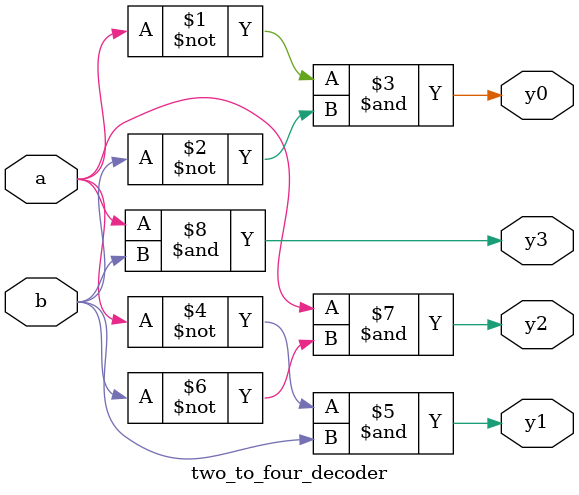
<source format=sv>
module two_to_four_decoder(input logic a, b, 
						   output logic y0, y1, y2, y3);

	assign y0 = ~a & ~b;
	assign y1 = ~a & b;
	assign y2 = a & ~b;
	assign y3 = a & b;

endmodule
</source>
